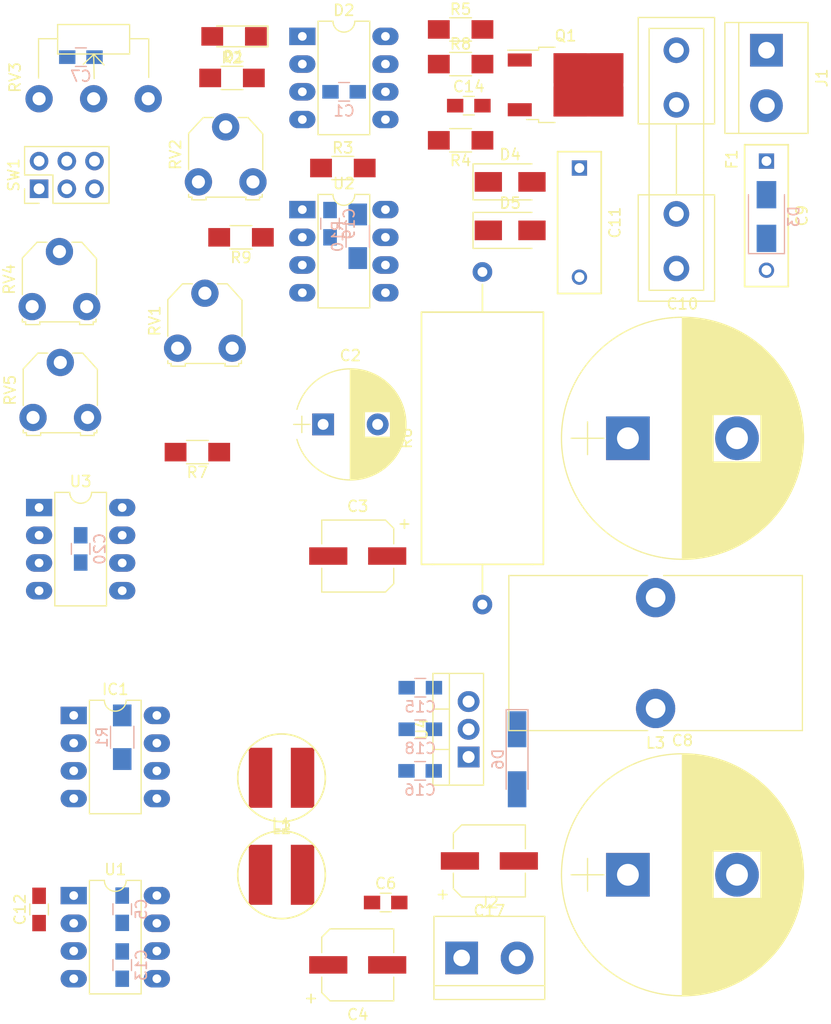
<source format=kicad_pcb>
(kicad_pcb (version 20171130) (host pcbnew "(5.0.0)")
  (layers (0 F.Cu signal) (31 B.Cu signal) (34 B.Paste user) (35 F.Paste user) (36 B.SilkS user) (37 F.SilkS user) (38 B.Mask user) (39 F.Mask user) (44 Edge.Cuts user))
  (net 0 "")
  (net 1 "Net-(C1-Pad2)")
  (net 2 /+10REG)
  (net 3 +10V)
  (net 4 "Net-(F1-Pad1)")
  (net 5 "Net-(C10-Pad2)")
  (net 6 GND)
  (net 7 "Net-(C16-Pad2)")
  (net 8 "Net-(Q1-Pad1)")
  (net 9 "Net-(C11-Pad2)")
  (net 10 "Net-(C8-Pad1)")
  (net 11 "Net-(IC1-Pad1)")
  (net 12 "Net-(D1-Pad2)")
  (net 13 "Net-(D1-Pad1)")
  (net 14 "Net-(C7-Pad2)")
  (net 15 "Net-(R9-Pad1)")
  (net 16 "Net-(D2-Pad5)")
  (net 17 "Net-(R7-Pad2)")
  (net 18 "Net-(R7-Pad1)")
  (net 19 "Net-(D2-Pad7)")
  (net 20 "Net-(RV2-Pad3)")
  (net 21 "Net-(RV3-Pad1)")
  (net 22 "Net-(RV1-Pad3)")
  (net 23 "Net-(RV4-Pad1)")
  (net 24 "Net-(RV5-Pad3)")
  (net 25 "Net-(C18-Pad2)")
  (net 26 "Net-(C10-Pad1)")
  (net 27 "Net-(C12-Pad1)")
  (net 28 "Net-(C13-Pad1)")
  (net 29 "Net-(U1-Pad3)")
  (net 30 "Net-(D4-Pad1)")
  (net 31 "Net-(SW1-Pad6)")
  (net 32 "Net-(R10-Pad2)")
  (net 33 "Net-(U3-Pad6)")
  (net 34 "Net-(U2-Pad7)")
  (module Capacitors_SMD:C_0805_HandSoldering (layer B.Cu) (at 175.895 73.64 90)
    (fp_text reference C20 (at 0 1.75 90) (layer B.SilkS) (effects (justify mirror)))
    (fp_text value 0,1)
    (pad 2 smd rect (at 1.25 0 90) (size 1.5 1.25) (layers B.Cu B.Paste B.Mask) (net 3 +10V))
    (pad 1 smd rect (at -1.25 0 90) (size 1.5 1.25) (layers B.Cu B.Paste B.Mask) (net 6 GND))
  )
  (module Capacitors_SMD:C_0805_HandSoldering (layer B.Cu) (at 198.755 43.835 90)
    (fp_text reference C19 (at 0 1.75 90) (layer B.SilkS) (effects (justify mirror)))
    (fp_text value 0,1)
    (pad 1 smd rect (at -1.25 0 90) (size 1.5 1.25) (layers B.Cu B.Paste B.Mask) (net 6 GND))
    (pad 2 smd rect (at 1.25 0 90) (size 1.5 1.25) (layers B.Cu B.Paste B.Mask) (net 3 +10V))
  )
  (module Resistors_SMD:R_1206_HandSoldering (layer B.Cu) (at 201.295 44.99 270)
    (fp_text reference R10 (at 0 1.85 270) (layer B.SilkS) (effects (justify mirror)))
    (fp_text value 100k)
    (pad 1 smd rect (at -2 0 270) (size 2 1.7) (layers B.Cu B.Paste B.Mask) (net 3 +10V))
    (pad 2 smd rect (at 2 0 270) (size 2 1.7) (layers B.Cu B.Paste B.Mask) (net 32 "Net-(R10-Pad2)"))
  )
  (module Capacitors_SMD:CP_Elec_6.3x5.3 (layer F.Cu) (at 201.295 74.295 180)
    (fp_text reference C3 (at 0 4.56 180) (layer F.SilkS))
    (fp_text value 100,0)
    (fp_text user + (at -4.28 3.01 180) (layer F.SilkS))
    (pad 1 smd rect (at -2.7 0) (size 3.5 1.6) (layers F.Cu F.Paste F.Mask) (net 2 /+10REG))
    (pad 2 smd rect (at 2.7 0) (size 3.5 1.6) (layers F.Cu F.Paste F.Mask) (net 6 GND))
  )
  (module Capacitors_SMD:CP_Elec_6.3x5.3 (layer F.Cu) (at 201.295 111.76)
    (fp_text reference C4 (at 0 4.56) (layer F.SilkS))
    (fp_text value 100,0)
    (fp_text user + (at -4.28 3.01) (layer F.SilkS))
    (pad 2 smd rect (at 2.7 0 180) (size 3.5 1.6) (layers F.Cu F.Paste F.Mask) (net 6 GND))
    (pad 1 smd rect (at -2.7 0 180) (size 3.5 1.6) (layers F.Cu F.Paste F.Mask) (net 3 +10V))
  )
  (module Capacitors_SMD:CP_Elec_6.3x5.3 (layer F.Cu) (at 213.36 102.235)
    (fp_text reference C17 (at 0 4.56) (layer F.SilkS))
    (fp_text value 100,0)
    (fp_text user + (at -4.28 3.01) (layer F.SilkS))
    (pad 1 smd rect (at -2.7 0 180) (size 3.5 1.6) (layers F.Cu F.Paste F.Mask) (net 7 "Net-(C16-Pad2)"))
    (pad 2 smd rect (at 2.7 0 180) (size 3.5 1.6) (layers F.Cu F.Paste F.Mask) (net 6 GND))
  )
  (module Capacitors_SMD:C_0805_HandSoldering (layer B.Cu) (at 200.045 31.75)
    (fp_text reference C1 (at 0 1.75) (layer B.SilkS) (effects (justify mirror)))
    (fp_text value 0,1)
    (pad 2 smd rect (at 1.25 0) (size 1.5 1.25) (layers B.Cu B.Paste B.Mask) (net 1 "Net-(C1-Pad2)"))
    (pad 1 smd rect (at -1.25 0) (size 1.5 1.25) (layers B.Cu B.Paste B.Mask) (net 6 GND))
  )
  (module Capacitors_SMD:C_0805_HandSoldering (layer B.Cu) (at 179.705 106.66 90)
    (fp_text reference C5 (at 0 1.75 90) (layer B.SilkS) (effects (justify mirror)))
    (fp_text value 0,1)
    (pad 1 smd rect (at -1.25 0 90) (size 1.5 1.25) (layers B.Cu B.Paste B.Mask) (net 6 GND))
    (pad 2 smd rect (at 1.25 0 90) (size 1.5 1.25) (layers B.Cu B.Paste B.Mask) (net 3 +10V))
  )
  (module Capacitors_SMD:C_0805_HandSoldering (layer B.Cu) (at 207.03 90.17)
    (fp_text reference C18 (at 0 1.75) (layer B.SilkS) (effects (justify mirror)))
    (fp_text value 0,33)
    (pad 2 smd rect (at 1.25 0) (size 1.5 1.25) (layers B.Cu B.Paste B.Mask) (net 25 "Net-(C18-Pad2)"))
    (pad 1 smd rect (at -1.25 0) (size 1.5 1.25) (layers B.Cu B.Paste B.Mask) (net 6 GND))
  )
  (module Capacitors_SMD:C_0805_HandSoldering (layer F.Cu) (at 203.855 106.045)
    (fp_text reference C6 (at 0 -1.75) (layer F.SilkS))
    (fp_text value 0,1)
    (pad 1 smd rect (at -1.25 0) (size 1.5 1.25) (layers F.Cu F.Paste F.Mask) (net 3 +10V))
    (pad 2 smd rect (at 1.25 0) (size 1.5 1.25) (layers F.Cu F.Paste F.Mask) (net 6 GND))
  )
  (module Capacitors_SMD:C_0805_HandSoldering (layer B.Cu) (at 175.915 28.575)
    (fp_text reference C7 (at 0 1.75) (layer B.SilkS) (effects (justify mirror)))
    (fp_text value 0,1)
    (pad 2 smd rect (at 1.25 0) (size 1.5 1.25) (layers B.Cu B.Paste B.Mask) (net 14 "Net-(C7-Pad2)"))
    (pad 1 smd rect (at -1.25 0) (size 1.5 1.25) (layers B.Cu B.Paste B.Mask) (net 6 GND))
  )
  (module Capacitors_SMD:C_0805_HandSoldering (layer B.Cu) (at 207.01 93.98)
    (fp_text reference C16 (at 0 1.75) (layer B.SilkS) (effects (justify mirror)))
    (fp_text value 0,33)
    (pad 1 smd rect (at -1.25 0) (size 1.5 1.25) (layers B.Cu B.Paste B.Mask) (net 6 GND))
    (pad 2 smd rect (at 1.25 0) (size 1.5 1.25) (layers B.Cu B.Paste B.Mask) (net 7 "Net-(C16-Pad2)"))
  )
  (module Capacitors_SMD:C_0805_HandSoldering (layer B.Cu) (at 207.03 86.36)
    (fp_text reference C15 (at 0 1.75) (layer B.SilkS) (effects (justify mirror)))
    (fp_text value 0,33)
    (pad 2 smd rect (at 1.25 0) (size 1.5 1.25) (layers B.Cu B.Paste B.Mask) (net 2 /+10REG))
    (pad 1 smd rect (at -1.25 0) (size 1.5 1.25) (layers B.Cu B.Paste B.Mask) (net 6 GND))
  )
  (module Capacitors_SMD:C_0805_HandSoldering (layer F.Cu) (at 211.475 33.02)
    (fp_text reference C14 (at 0 -1.75) (layer F.SilkS))
    (fp_text value "10uF NP")
    (pad 1 smd rect (at -1.25 0) (size 1.5 1.25) (layers F.Cu F.Paste F.Mask) (net 6 GND))
    (pad 2 smd rect (at 1.25 0) (size 1.5 1.25) (layers F.Cu F.Paste F.Mask) (net 5 "Net-(C10-Pad2)"))
  )
  (module Capacitors_SMD:C_0805_HandSoldering (layer F.Cu) (at 172.085 106.68 90)
    (fp_text reference C12 (at 0 -1.75 90) (layer F.SilkS))
    (fp_text value 0,01)
    (pad 2 smd rect (at 1.25 0 90) (size 1.5 1.25) (layers F.Cu F.Paste F.Mask) (net 6 GND))
    (pad 1 smd rect (at -1.25 0 90) (size 1.5 1.25) (layers F.Cu F.Paste F.Mask) (net 27 "Net-(C12-Pad1)"))
  )
  (module Capacitors_SMD:C_0805_HandSoldering (layer B.Cu) (at 179.705 111.78 90)
    (fp_text reference C13 (at 0 1.75 90) (layer B.SilkS) (effects (justify mirror)))
    (fp_text value 0,1)
    (pad 1 smd rect (at -1.25 0 90) (size 1.5 1.25) (layers B.Cu B.Paste B.Mask) (net 28 "Net-(C13-Pad1)"))
    (pad 2 smd rect (at 1.25 0 90) (size 1.5 1.25) (layers B.Cu B.Paste B.Mask) (net 6 GND))
  )
  (module Capacitors_THT:CP_Radial_D10.0mm_P5.00mm (layer F.Cu) (at 198.12 62.23)
    (fp_text reference C2 (at 2.5 -6.31) (layer F.SilkS))
    (fp_text value 220,0)
    (pad 1 thru_hole rect (at 0 0) (size 2 2) (drill 1) (layers *.Cu *.Mask) (net 1 "Net-(C1-Pad2)"))
    (pad 2 thru_hole circle (at 5 0) (size 2 2) (drill 1) (layers *.Cu *.Mask) (net 6 GND))
  )
  (module Capacitors_THT:CP_Radial_D22.0mm_P10.00mm_SnapIn (layer F.Cu) (at 226.06 63.5)
    (fp_text reference C10 (at 5 -12.31) (layer F.SilkS))
    (fp_text value "4700,0 40v")
    (pad 2 thru_hole circle (at 10 0) (size 4 4) (drill 2) (layers *.Cu *.Mask) (net 5 "Net-(C10-Pad2)"))
    (pad 1 thru_hole rect (at 0 0) (size 4 4) (drill 2) (layers *.Cu *.Mask) (net 26 "Net-(C10-Pad1)"))
  )
  (module Capacitors_THT:CP_Radial_D22.0mm_P10.00mm_SnapIn (layer F.Cu) (at 226.06 103.505)
    (fp_text reference C8 (at 5 -12.31) (layer F.SilkS))
    (fp_text value "4700,0 40v")
    (pad 1 thru_hole rect (at 0 0) (size 4 4) (drill 2) (layers *.Cu *.Mask) (net 10 "Net-(C8-Pad1)"))
    (pad 2 thru_hole circle (at 10 0) (size 4 4) (drill 2) (layers *.Cu *.Mask) (net 5 "Net-(C10-Pad2)"))
  )
  (module Capacitors_ThroughHole:C_Rect_L13_W4_P10 (layer F.Cu) (at 221.615 38.735 270)
    (fp_text reference C11 (at 5 -3.25 270) (layer F.SilkS))
    (fp_text value "1uF 250v")
    (pad 2 thru_hole circle (at 10 0 270) (size 1.4 1.4) (drill 0.9) (layers *.Cu *.Mask) (net 9 "Net-(C11-Pad2)"))
    (pad 1 thru_hole rect (at 0 0 270) (size 1.4 1.4) (drill 0.9) (layers *.Cu *.Mask) (net 5 "Net-(C10-Pad2)"))
  )
  (module Capacitors_ThroughHole:C_Rect_L13_W4_P10 (layer F.Cu) (at 238.76 38.1 270)
    (fp_text reference C9 (at 5 -3.25 270) (layer F.SilkS))
    (fp_text value 1uF)
    (pad 1 thru_hole rect (at 0 0 270) (size 1.4 1.4) (drill 0.9) (layers *.Cu *.Mask) (net 5 "Net-(C10-Pad2)"))
    (pad 2 thru_hole circle (at 10 0 270) (size 1.4 1.4) (drill 0.9) (layers *.Cu *.Mask) (net 26 "Net-(C10-Pad1)"))
  )
  (module Connector_PinHeader_2.54mm:PinHeader_2x03_P2.54mm_Vertical (layer F.Cu) (at 172.085 40.64 90)
    (fp_text reference SW1 (at 1.27 -2.33 90) (layer F.SilkS))
    (fp_text value X1-X0,1)
    (pad 1 thru_hole rect (at 0 0 90) (size 1.7 1.7) (drill 1) (layers *.Cu *.Mask) (net 23 "Net-(RV4-Pad1)"))
    (pad 2 thru_hole oval (at 2.54 0 90) (size 1.7 1.7) (drill 1) (layers *.Cu *.Mask) (net 21 "Net-(RV3-Pad1)"))
    (pad 3 thru_hole oval (at 0 2.54 90) (size 1.7 1.7) (drill 1) (layers *.Cu *.Mask) (net 24 "Net-(RV5-Pad3)"))
    (pad 4 thru_hole oval (at 2.54 2.54 90) (size 1.7 1.7) (drill 1) (layers *.Cu *.Mask) (net 22 "Net-(RV1-Pad3)"))
    (pad 5 thru_hole oval (at 0 5.08 90) (size 1.7 1.7) (drill 1) (layers *.Cu *.Mask) (net 3 +10V))
    (pad 6 thru_hole oval (at 2.54 5.08 90) (size 1.7 1.7) (drill 1) (layers *.Cu *.Mask) (net 31 "Net-(SW1-Pad6)"))
  )
  (module Diodes_SMD:D_MiniMELF_Handsoldering (layer B.Cu) (at 215.9 92.92 270)
    (fp_text reference D6 (at 0 1.75 270) (layer B.SilkS) (effects (justify mirror)))
    (fp_text value 4v7)
    (pad 1 smd rect (at -2.75 0 270) (size 3.3 1.7) (layers B.Cu B.Paste B.Mask) (net 25 "Net-(C18-Pad2)"))
    (pad 2 smd rect (at 2.75 0 270) (size 3.3 1.7) (layers B.Cu B.Paste B.Mask) (net 6 GND))
  )
  (module Diodes_SMD:D_SMA (layer B.Cu) (at 238.76 43.18 90)
    (fp_text reference D3 (at 0 2.5 90) (layer B.SilkS) (effects (justify mirror)))
    (fp_text value D)
    (pad 1 smd rect (at -2 0 90) (size 2.5 1.8) (layers B.Cu B.Paste B.Mask) (net 26 "Net-(C10-Pad1)"))
    (pad 2 smd rect (at 2 0 90) (size 2.5 1.8) (layers B.Cu B.Paste B.Mask) (net 5 "Net-(C10-Pad2)"))
  )
  (module Diodes_SMD:D_SMA (layer F.Cu) (at 215.265 40.005)
    (fp_text reference D4 (at 0 -2.5) (layer F.SilkS))
    (fp_text value D)
    (pad 2 smd rect (at 2 0) (size 2.5 1.8) (layers F.Cu F.Paste F.Mask) (net 5 "Net-(C10-Pad2)"))
    (pad 1 smd rect (at -2 0) (size 2.5 1.8) (layers F.Cu F.Paste F.Mask) (net 30 "Net-(D4-Pad1)"))
  )
  (module Diodes_SMD:D_SMA (layer F.Cu) (at 215.265 44.45)
    (fp_text reference D5 (at 0 -2.5) (layer F.SilkS))
    (fp_text value D)
    (pad 1 smd rect (at -2 0) (size 2.5 1.8) (layers F.Cu F.Paste F.Mask) (net 6 GND))
    (pad 2 smd rect (at 2 0) (size 2.5 1.8) (layers F.Cu F.Paste F.Mask) (net 30 "Net-(D4-Pad1)"))
  )
  (module Fuse_Holders_and_Fuses:Fuseholder5x20_horiz_open_inline_Type-I (layer F.Cu) (at 230.505 27.94 270)
    (fp_text reference F1 (at 10 -5.08 270) (layer F.SilkS))
    (fp_text value Fuse)
    (pad 2 thru_hole circle (at 15 0 270) (size 2.35 2.35) (drill 1.35) (layers *.Cu *.Mask) (net 26 "Net-(C10-Pad1)"))
    (pad 2 thru_hole circle (at 20 0 270) (size 2.35 2.35) (drill 1.35) (layers *.Cu *.Mask) (net 26 "Net-(C10-Pad1)"))
    (pad 1 thru_hole circle (at 5 0 270) (size 2.35 2.35) (drill 1.35) (layers *.Cu *.Mask) (net 4 "Net-(F1-Pad1)"))
    (pad 1 thru_hole circle (at 0 0 270) (size 2.35 2.35) (drill 1.35) (layers *.Cu *.Mask) (net 4 "Net-(F1-Pad1)"))
  )
  (module Housings_DIP:DIP-8_W7.62mm_LongPads (layer F.Cu) (at 175.26 105.41)
    (fp_text reference U1 (at 3.81 -2.39) (layer F.SilkS))
    (fp_text value ICM7555)
    (pad 1 thru_hole rect (at 0 0) (size 2.4 1.6) (drill 0.8) (layers *.Cu *.Mask) (net 6 GND))
    (pad 5 thru_hole oval (at 7.62 7.62) (size 2.4 1.6) (drill 0.8) (layers *.Cu *.Mask) (net 28 "Net-(C13-Pad1)"))
    (pad 2 thru_hole oval (at 0 2.54) (size 2.4 1.6) (drill 0.8) (layers *.Cu *.Mask) (net 27 "Net-(C12-Pad1)"))
    (pad 6 thru_hole oval (at 7.62 5.08) (size 2.4 1.6) (drill 0.8) (layers *.Cu *.Mask) (net 27 "Net-(C12-Pad1)"))
    (pad 3 thru_hole oval (at 0 5.08) (size 2.4 1.6) (drill 0.8) (layers *.Cu *.Mask) (net 29 "Net-(U1-Pad3)"))
    (pad 7 thru_hole oval (at 7.62 2.54) (size 2.4 1.6) (drill 0.8) (layers *.Cu *.Mask) (net 27 "Net-(C12-Pad1)"))
    (pad 4 thru_hole oval (at 0 7.62) (size 2.4 1.6) (drill 0.8) (layers *.Cu *.Mask) (net 3 +10V))
    (pad 8 thru_hole oval (at 7.62 0) (size 2.4 1.6) (drill 0.8) (layers *.Cu *.Mask) (net 3 +10V))
  )
  (module Housings_DIP:DIP-8_W7.62mm_LongPads (layer F.Cu) (at 196.215 26.67)
    (fp_text reference D2 (at 3.81 -2.39) (layer F.SilkS))
    (fp_text value 170АП3)
    (pad 8 thru_hole oval (at 7.62 0) (size 2.4 1.6) (drill 0.8) (layers *.Cu *.Mask))
    (pad 4 thru_hole oval (at 0 7.62) (size 2.4 1.6) (drill 0.8) (layers *.Cu *.Mask) (net 13 "Net-(D1-Pad1)"))
    (pad 7 thru_hole oval (at 7.62 2.54) (size 2.4 1.6) (drill 0.8) (layers *.Cu *.Mask) (net 19 "Net-(D2-Pad7)"))
    (pad 3 thru_hole oval (at 0 5.08) (size 2.4 1.6) (drill 0.8) (layers *.Cu *.Mask) (net 6 GND))
    (pad 6 thru_hole oval (at 7.62 5.08) (size 2.4 1.6) (drill 0.8) (layers *.Cu *.Mask) (net 1 "Net-(C1-Pad2)"))
    (pad 2 thru_hole oval (at 0 2.54) (size 2.4 1.6) (drill 0.8) (layers *.Cu *.Mask) (net 13 "Net-(D1-Pad1)"))
    (pad 5 thru_hole oval (at 7.62 7.62) (size 2.4 1.6) (drill 0.8) (layers *.Cu *.Mask) (net 16 "Net-(D2-Pad5)"))
    (pad 1 thru_hole rect (at 0 0) (size 2.4 1.6) (drill 0.8) (layers *.Cu *.Mask))
  )
  (module Housings_DIP:DIP-8_W7.62mm_LongPads (layer F.Cu) (at 172.085 69.85)
    (fp_text reference U3 (at 3.81 -2.39) (layer F.SilkS))
    (fp_text value MCP602)
    (pad 1 thru_hole rect (at 0 0) (size 2.4 1.6) (drill 0.8) (layers *.Cu *.Mask) (net 17 "Net-(R7-Pad2)"))
    (pad 5 thru_hole oval (at 7.62 7.62) (size 2.4 1.6) (drill 0.8) (layers *.Cu *.Mask) (net 6 GND))
    (pad 2 thru_hole oval (at 0 2.54) (size 2.4 1.6) (drill 0.8) (layers *.Cu *.Mask) (net 17 "Net-(R7-Pad2)"))
    (pad 6 thru_hole oval (at 7.62 5.08) (size 2.4 1.6) (drill 0.8) (layers *.Cu *.Mask) (net 33 "Net-(U3-Pad6)"))
    (pad 3 thru_hole oval (at 0 5.08) (size 2.4 1.6) (drill 0.8) (layers *.Cu *.Mask) (net 27 "Net-(C12-Pad1)"))
    (pad 7 thru_hole oval (at 7.62 2.54) (size 2.4 1.6) (drill 0.8) (layers *.Cu *.Mask) (net 33 "Net-(U3-Pad6)"))
    (pad 4 thru_hole oval (at 0 7.62) (size 2.4 1.6) (drill 0.8) (layers *.Cu *.Mask) (net 6 GND))
    (pad 8 thru_hole oval (at 7.62 0) (size 2.4 1.6) (drill 0.8) (layers *.Cu *.Mask) (net 3 +10V))
  )
  (module Housings_DIP:DIP-8_W7.62mm_LongPads (layer F.Cu) (at 175.26 88.9)
    (fp_text reference IC1 (at 3.81 -2.39) (layer F.SilkS))
    (fp_text value KP504HT4)
    (pad 8 thru_hole oval (at 7.62 0) (size 2.4 1.6) (drill 0.8) (layers *.Cu *.Mask) (net 3 +10V))
    (pad 4 thru_hole oval (at 0 7.62) (size 2.4 1.6) (drill 0.8) (layers *.Cu *.Mask))
    (pad 7 thru_hole oval (at 7.62 2.54) (size 2.4 1.6) (drill 0.8) (layers *.Cu *.Mask))
    (pad 3 thru_hole oval (at 0 5.08) (size 2.4 1.6) (drill 0.8) (layers *.Cu *.Mask) (net 6 GND))
    (pad 6 thru_hole oval (at 7.62 5.08) (size 2.4 1.6) (drill 0.8) (layers *.Cu *.Mask))
    (pad 2 thru_hole oval (at 0 2.54) (size 2.4 1.6) (drill 0.8) (layers *.Cu *.Mask) (net 27 "Net-(C12-Pad1)"))
    (pad 5 thru_hole oval (at 7.62 7.62) (size 2.4 1.6) (drill 0.8) (layers *.Cu *.Mask))
    (pad 1 thru_hole rect (at 0 0) (size 2.4 1.6) (drill 0.8) (layers *.Cu *.Mask) (net 11 "Net-(IC1-Pad1)"))
  )
  (module Housings_DIP:DIP-8_W7.62mm_LongPads (layer F.Cu) (at 196.215 42.545)
    (fp_text reference U2 (at 3.81 -2.39) (layer F.SilkS))
    (fp_text value LM2903)
    (pad 1 thru_hole rect (at 0 0) (size 2.4 1.6) (drill 0.8) (layers *.Cu *.Mask) (net 13 "Net-(D1-Pad1)"))
    (pad 5 thru_hole oval (at 7.62 7.62) (size 2.4 1.6) (drill 0.8) (layers *.Cu *.Mask) (net 6 GND))
    (pad 2 thru_hole oval (at 0 2.54) (size 2.4 1.6) (drill 0.8) (layers *.Cu *.Mask) (net 15 "Net-(R9-Pad1)"))
    (pad 6 thru_hole oval (at 7.62 5.08) (size 2.4 1.6) (drill 0.8) (layers *.Cu *.Mask) (net 32 "Net-(R10-Pad2)"))
    (pad 3 thru_hole oval (at 0 5.08) (size 2.4 1.6) (drill 0.8) (layers *.Cu *.Mask) (net 18 "Net-(R7-Pad1)"))
    (pad 7 thru_hole oval (at 7.62 2.54) (size 2.4 1.6) (drill 0.8) (layers *.Cu *.Mask) (net 34 "Net-(U2-Pad7)"))
    (pad 4 thru_hole oval (at 0 7.62) (size 2.4 1.6) (drill 0.8) (layers *.Cu *.Mask) (net 6 GND))
    (pad 8 thru_hole oval (at 7.62 0) (size 2.4 1.6) (drill 0.8) (layers *.Cu *.Mask) (net 3 +10V))
  )
  (module Inductor_THT:L_Toroid_Vertical_L26.7mm_W14.0mm_P10.16mm_Pulse_D (layer F.Cu) (at 228.6 88.265 180)
    (fp_text reference L3 (at 0 -3.155 180) (layer F.SilkS))
    (fp_text value 100uH)
    (pad 1 thru_hole circle (at 0 0 180) (size 3.6 3.6) (drill 1.8) (layers *.Cu *.Mask) (net 10 "Net-(C8-Pad1)"))
    (pad 2 thru_hole circle (at 0 10.16 180) (size 3.6 3.6) (drill 1.8) (layers *.Cu *.Mask) (net 26 "Net-(C10-Pad1)"))
  )
  (module LEDs:LED_1206_HandSoldering (layer F.Cu) (at 189.96 26.67 180)
    (fp_text reference D1 (at 0 -1.85 180) (layer F.SilkS))
    (fp_text value LED)
    (pad 1 smd rect (at -2 0 180) (size 2 1.7) (layers F.Cu F.Paste F.Mask) (net 13 "Net-(D1-Pad1)"))
    (pad 2 smd rect (at 2 0 180) (size 2 1.7) (layers F.Cu F.Paste F.Mask) (net 12 "Net-(D1-Pad2)"))
  )
  (module Package_TO_SOT_THT:TO-220-3_Vertical (layer F.Cu) (at 211.455 92.71 90)
    (fp_text reference U4 (at 2.54 -4.27 90) (layer F.SilkS))
    (fp_text value L7805)
    (pad 1 thru_hole rect (at 0 0 90) (size 1.905 2) (drill 1.1) (layers *.Cu *.Mask) (net 7 "Net-(C16-Pad2)"))
    (pad 2 thru_hole oval (at 2.54 0 90) (size 1.905 2) (drill 1.1) (layers *.Cu *.Mask) (net 25 "Net-(C18-Pad2)"))
    (pad 3 thru_hole oval (at 5.08 0 90) (size 1.905 2) (drill 1.1) (layers *.Cu *.Mask) (net 2 /+10REG))
  )
  (module Potentiometers:Potentiometer_Triwood_RM-065 (layer F.Cu) (at 171.53 61.595)
    (fp_text reference RV5 (at -2.1 -2.5 90) (layer F.SilkS))
    (fp_text value 500)
    (pad 1 thru_hole circle (at 0 0) (size 2.5 2.5) (drill 1.2) (layers *.Cu *.Mask) (net 6 GND))
    (pad 3 thru_hole circle (at 5 0) (size 2.5 2.5) (drill 1.2) (layers *.Cu *.Mask) (net 24 "Net-(RV5-Pad3)"))
    (pad 2 thru_hole circle (at 2.5 -5.04) (size 2.5 2.5) (drill 1.2) (layers *.Cu *.Mask) (net 6 GND))
  )
  (module Potentiometers:Potentiometer_Triwood_RM-065 (layer F.Cu) (at 171.45 51.435)
    (fp_text reference RV4 (at -2.1 -2.5 90) (layer F.SilkS))
    (fp_text value 500)
    (pad 2 thru_hole circle (at 2.5 -5.04) (size 2.5 2.5) (drill 1.2) (layers *.Cu *.Mask) (net 6 GND))
    (pad 3 thru_hole circle (at 5 0) (size 2.5 2.5) (drill 1.2) (layers *.Cu *.Mask) (net 6 GND))
    (pad 1 thru_hole circle (at 0 0) (size 2.5 2.5) (drill 1.2) (layers *.Cu *.Mask) (net 23 "Net-(RV4-Pad1)"))
  )
  (module Potentiometers:Potentiometer_Triwood_RM-065 (layer F.Cu) (at 186.69 40.005)
    (fp_text reference RV2 (at -2.1 -2.5 90) (layer F.SilkS))
    (fp_text value 500)
    (pad 1 thru_hole circle (at 0 0) (size 2.5 2.5) (drill 1.2) (layers *.Cu *.Mask) (net 22 "Net-(RV1-Pad3)"))
    (pad 3 thru_hole circle (at 5 0) (size 2.5 2.5) (drill 1.2) (layers *.Cu *.Mask) (net 20 "Net-(RV2-Pad3)"))
    (pad 2 thru_hole circle (at 2.5 -5.04) (size 2.5 2.5) (drill 1.2) (layers *.Cu *.Mask) (net 22 "Net-(RV1-Pad3)"))
  )
  (module Potentiometers:Potentiometer_Triwood_RM-065 (layer F.Cu) (at 184.785 55.245)
    (fp_text reference RV1 (at -2.1 -2.5 90) (layer F.SilkS))
    (fp_text value 10k)
    (pad 2 thru_hole circle (at 2.5 -5.04) (size 2.5 2.5) (drill 1.2) (layers *.Cu *.Mask) (net 3 +10V))
    (pad 3 thru_hole circle (at 5 0) (size 2.5 2.5) (drill 1.2) (layers *.Cu *.Mask) (net 22 "Net-(RV1-Pad3)"))
    (pad 1 thru_hole circle (at 0 0) (size 2.5 2.5) (drill 1.2) (layers *.Cu *.Mask) (net 3 +10V))
  )
  (module Potentiometers:Potentiometer_WirePads_largePads (layer F.Cu) (at 172.085 32.385 90)
    (fp_text reference RV3 (at 1.95 -2.2 90) (layer F.SilkS))
    (fp_text value 1k)
    (pad 2 thru_hole circle (at 0 5 90) (size 2.5 2.5) (drill 1.2) (layers *.Cu *.Mask) (net 14 "Net-(C7-Pad2)"))
    (pad 3 thru_hole circle (at 0 10 90) (size 2.5 2.5) (drill 1.2) (layers *.Cu *.Mask) (net 20 "Net-(RV2-Pad3)"))
    (pad 1 thru_hole circle (at 0 0 90) (size 2.5 2.5) (drill 1.2) (layers *.Cu *.Mask) (net 21 "Net-(RV3-Pad1)"))
  )
  (module Resistors_SMD:R_1206_HandSoldering (layer F.Cu) (at 210.725 26.035)
    (fp_text reference R5 (at 0 -1.85) (layer F.SilkS))
    (fp_text value 18)
    (pad 2 smd rect (at 2 0) (size 2 1.7) (layers F.Cu F.Paste F.Mask) (net 8 "Net-(Q1-Pad1)"))
    (pad 1 smd rect (at -2 0) (size 2 1.7) (layers F.Cu F.Paste F.Mask) (net 19 "Net-(D2-Pad7)"))
  )
  (module Resistors_SMD:R_1206_HandSoldering (layer F.Cu) (at 210.725 36.195 180)
    (fp_text reference R4 (at 0 -1.85 180) (layer F.SilkS))
    (fp_text value 1k)
    (pad 1 smd rect (at -2 0 180) (size 2 1.7) (layers F.Cu F.Paste F.Mask) (net 5 "Net-(C10-Pad2)"))
    (pad 2 smd rect (at 2 0 180) (size 2 1.7) (layers F.Cu F.Paste F.Mask) (net 3 +10V))
  )
  (module Resistors_SMD:R_1206_HandSoldering (layer F.Cu) (at 186.595 64.77 180)
    (fp_text reference R7 (at 0 -1.85 180) (layer F.SilkS))
    (fp_text value 1k)
    (pad 2 smd rect (at 2 0 180) (size 2 1.7) (layers F.Cu F.Paste F.Mask) (net 17 "Net-(R7-Pad2)"))
    (pad 1 smd rect (at -2 0 180) (size 2 1.7) (layers F.Cu F.Paste F.Mask) (net 18 "Net-(R7-Pad1)"))
  )
  (module Resistors_SMD:R_1206_HandSoldering (layer F.Cu) (at 210.725 29.21)
    (fp_text reference R8 (at 0 -1.85) (layer F.SilkS))
    (fp_text value 18)
    (pad 1 smd rect (at -2 0) (size 2 1.7) (layers F.Cu F.Paste F.Mask) (net 16 "Net-(D2-Pad5)"))
    (pad 2 smd rect (at 2 0) (size 2 1.7) (layers F.Cu F.Paste F.Mask) (net 8 "Net-(Q1-Pad1)"))
  )
  (module Resistors_SMD:R_1206_HandSoldering (layer F.Cu) (at 190.595 45.085 180)
    (fp_text reference R9 (at 0 -1.85 180) (layer F.SilkS))
    (fp_text value 1k)
    (pad 2 smd rect (at 2 0 180) (size 2 1.7) (layers F.Cu F.Paste F.Mask) (net 14 "Net-(C7-Pad2)"))
    (pad 1 smd rect (at -2 0 180) (size 2 1.7) (layers F.Cu F.Paste F.Mask) (net 15 "Net-(R9-Pad1)"))
  )
  (module Resistors_SMD:R_1206_HandSoldering (layer F.Cu) (at 199.93 38.735)
    (fp_text reference R3 (at 0 -1.85) (layer F.SilkS))
    (fp_text value 1k)
    (pad 1 smd rect (at -2 0) (size 2 1.7) (layers F.Cu F.Paste F.Mask) (net 13 "Net-(D1-Pad1)"))
    (pad 2 smd rect (at 2 0) (size 2 1.7) (layers F.Cu F.Paste F.Mask) (net 3 +10V))
  )
  (module Resistors_SMD:R_1206_HandSoldering (layer F.Cu) (at 189.77 30.48)
    (fp_text reference R2 (at 0 -1.85) (layer F.SilkS))
    (fp_text value 2,2k)
    (pad 2 smd rect (at 2 0) (size 2 1.7) (layers F.Cu F.Paste F.Mask) (net 3 +10V))
    (pad 1 smd rect (at -2 0) (size 2 1.7) (layers F.Cu F.Paste F.Mask) (net 12 "Net-(D1-Pad2)"))
  )
  (module Resistors_SMD:R_1206_HandSoldering (layer B.Cu) (at 179.705 90.9 270)
    (fp_text reference R1 (at 0 1.85 270) (layer B.SilkS) (effects (justify mirror)))
    (fp_text value 1k)
    (pad 1 smd rect (at -2 0 270) (size 2 1.7) (layers B.Cu B.Paste B.Mask) (net 3 +10V))
    (pad 2 smd rect (at 2 0 270) (size 2 1.7) (layers B.Cu B.Paste B.Mask) (net 11 "Net-(IC1-Pad1)"))
  )
  (module Resistors_ThroughHole:Resistor_Ceramic_Horizontal_L23mm-W9mm-H9mm-p30mm (layer F.Cu) (at 212.725 63.5 90)
    (fp_text reference R6 (at 0 -6.985 90) (layer F.SilkS))
    (fp_text value R_US)
    (pad 1 thru_hole circle (at -15.24 0 270) (size 1.8 1.8) (drill 0.9) (layers *.Cu *.Mask) (net 10 "Net-(C8-Pad1)"))
    (pad 2 thru_hole circle (at 15.24 0 270) (size 1.8 1.8) (drill 0.9) (layers *.Cu *.Mask) (net 9 "Net-(C11-Pad2)"))
  )
  (module TO_SOT_Packages_SMD:TO-252-2 (layer F.Cu) (at 220.345 31.115)
    (fp_text reference Q1 (at 0 -4.5) (layer F.SilkS))
    (fp_text value IRFR024N)
    (pad 1 smd rect (at -4.2 -2.28) (size 2.2 1.2) (layers F.Cu F.Paste F.Mask) (net 8 "Net-(Q1-Pad1)"))
    (pad 3 smd rect (at -4.2 2.28) (size 2.2 1.2) (layers F.Cu F.Paste F.Mask) (net 5 "Net-(C10-Pad2)"))
    (pad 2 smd rect (at 2.1 0) (size 6.4 5.8) (layers F.Cu F.Mask) (net 9 "Net-(C11-Pad2)"))
    (pad 2 smd rect (at 3.775 1.525) (size 3.05 2.75) (layers F.Cu F.Paste) (net 9 "Net-(C11-Pad2)"))
    (pad 2 smd rect (at 0.425 -1.525) (size 3.05 2.75) (layers F.Cu F.Paste) (net 9 "Net-(C11-Pad2)"))
    (pad 2 smd rect (at 3.775 -1.525) (size 3.05 2.75) (layers F.Cu F.Paste) (net 9 "Net-(C11-Pad2)"))
    (pad 2 smd rect (at 0.425 1.525) (size 3.05 2.75) (layers F.Cu F.Paste) (net 9 "Net-(C11-Pad2)"))
  )
  (module TerminalBlock:TerminalBlock_bornier-2_P5.08mm (layer F.Cu) (at 210.82 111.125)
    (fp_text reference J2 (at 2.54 -5.08) (layer F.SilkS))
    (fp_text value +12)
    (pad 2 thru_hole circle (at 5.08 0) (size 3 3) (drill 1.52) (layers *.Cu *.Mask) (net 6 GND))
    (pad 1 thru_hole rect (at 0 0) (size 3 3) (drill 1.52) (layers *.Cu *.Mask) (net 7 "Net-(C16-Pad2)"))
  )
  (module TerminalBlock:TerminalBlock_bornier-2_P5.08mm (layer F.Cu) (at 238.76 27.94 270)
    (fp_text reference J1 (at 2.54 -5.08 270) (layer F.SilkS))
    (fp_text value Load)
    (pad 1 thru_hole rect (at 0 0 270) (size 3 3) (drill 1.52) (layers *.Cu *.Mask) (net 4 "Net-(F1-Pad1)"))
    (pad 2 thru_hole circle (at 5.08 0 270) (size 3 3) (drill 1.52) (layers *.Cu *.Mask) (net 5 "Net-(C10-Pad2)"))
  )
  (module dz_lib:cd54 (layer F.Cu) (at 194.31 103.505 180)
    (fp_text reference L2 (at 0 4.25 180) (layer F.SilkS))
    (fp_text value 100uH)
    (pad 2 smd rect (at 1.925 0 180) (size 2.15 5.5) (layers F.Cu F.Paste F.Mask) (net 3 +10V))
    (pad 1 smd rect (at -1.925 0 180) (size 2.15 5.5) (layers F.Cu F.Paste F.Mask) (net 2 /+10REG))
  )
  (module dz_lib:cd54 (layer F.Cu) (at 194.31 94.615)
    (fp_text reference L1 (at 0 4.25) (layer F.SilkS))
    (fp_text value 100uH)
    (pad 1 smd rect (at -1.925 0) (size 2.15 5.5) (layers F.Cu F.Paste F.Mask) (net 1 "Net-(C1-Pad2)"))
    (pad 2 smd rect (at 1.925 0) (size 2.15 5.5) (layers F.Cu F.Paste F.Mask) (net 2 /+10REG))
  )
)
</source>
